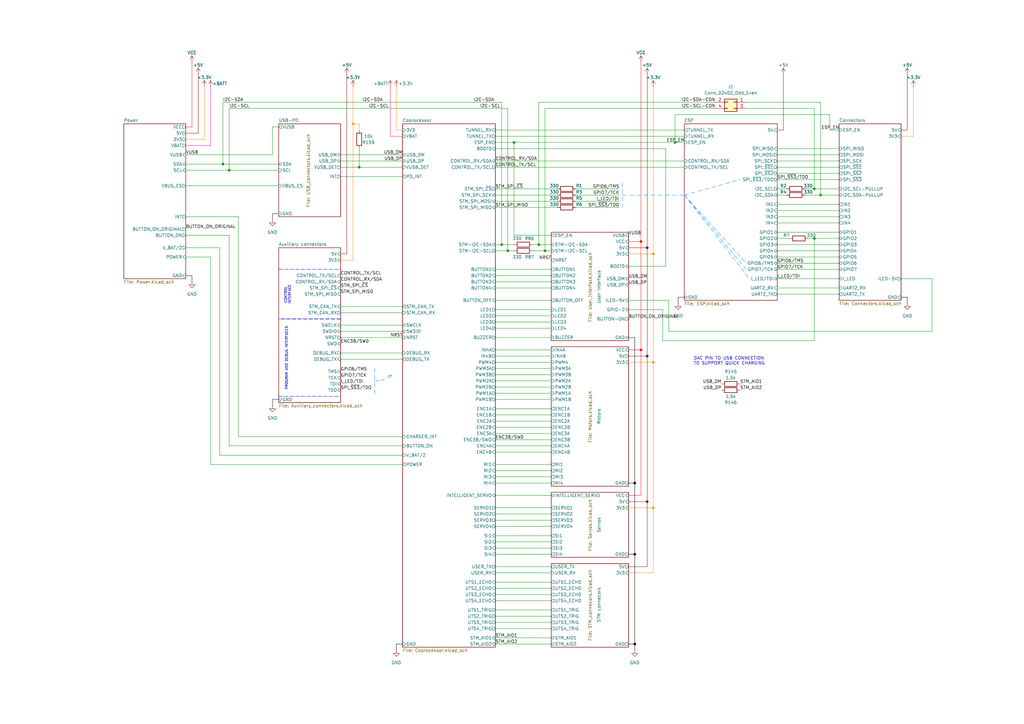
<source format=kicad_sch>
(kicad_sch (version 20211123) (generator eeschema)
  (paper "A3")
  (lib_symbols
    (symbol "Connector_Generic:Conn_02x02_Odd_Even" (pin_names (offset 1.016) hide)
      (property "Reference" "J" (at 1.27 2.54 0))
      (property "Value" "Conn_02x02_Odd_Even" (at 1.27 -5.08 0))
      (symbol "Conn_02x02_Odd_Even_1_1"
        (rectangle (start -1.27 -2.413) (end 0 -2.667) (stroke (width 0.1524)))
        (rectangle (start -1.27 0.127) (end 0 -0.127) (stroke (width 0.1524)))
        (rectangle (start -1.27 1.27) (end 3.81 -3.81) (stroke (width 0.254)) (fill (type background)))
        (rectangle (start 3.81 -2.413) (end 2.54 -2.667) (stroke (width 0.1524)))
        (rectangle (start 3.81 0.127) (end 2.54 -0.127) (stroke (width 0.1524)))
        (pin passive line (at -5.08 0 0) (length 3.81) (name "Pin_1") (number "1"))
        (pin passive line (at 7.62 0 180) (length 3.81) (name "Pin_2") (number "2"))
        (pin passive line (at -5.08 -2.54 0) (length 3.81) (name "Pin_3") (number "3"))
        (pin passive line (at 7.62 -2.54 180) (length 3.81) (name "Pin_4") (number "4"))
      )
    )
    (symbol "Device:R" (pin_numbers hide) (pin_names (offset 0))
      (property "Reference" "R" (at 2.032 0 90))
      (property "Value" "R" (at 0 0 90))
      (symbol "R_0_1"
        (rectangle (start -1.016 -2.54) (end 1.016 2.54) (stroke (width 0.254)))
      )
      (symbol "R_1_1"
        (pin passive line (at 0 3.81 270) (length 1.27) (name "~") (number "1"))
        (pin passive line (at 0 -3.81 90) (length 1.27) (name "~") (number "2"))
      )
    )
    (symbol "power:+3.3V" (power) (pin_names (offset 0))
      (property "Value" "+3.3V" (at 0 3.556 0))
      (symbol "+3.3V_0_1"
        (polyline (pts (xy -0.762 1.27) (xy 0 2.54)))
        (polyline (pts (xy 0 0) (xy 0 2.54)))
        (polyline (pts (xy 0 2.54) (xy 0.762 1.27)))
      )
      (symbol "+3.3V_1_1"
        (pin power_in line (at 0 0 90) (length 0) hide (name "+3.3V") (number "1"))
      )
    )
    (symbol "power:+5V" (power) (pin_names (offset 0))
      (property "Value" "+5V" (at 0 3.556 0))
      (symbol "+5V_0_1"
        (polyline (pts (xy -0.762 1.27) (xy 0 2.54)))
        (polyline (pts (xy 0 0) (xy 0 2.54)))
        (polyline (pts (xy 0 2.54) (xy 0.762 1.27)))
      )
      (symbol "+5V_1_1"
        (pin power_in line (at 0 0 90) (length 0) hide (name "+5V") (number "1"))
      )
    )
    (symbol "power:+BATT" (power) (pin_names (offset 0))
      (property "Value" "+BATT" (at 0 3.556 0))
      (symbol "+BATT_0_1"
        (polyline (pts (xy -0.762 1.27) (xy 0 2.54)))
        (polyline (pts (xy 0 0) (xy 0 2.54)))
        (polyline (pts (xy 0 2.54) (xy 0.762 1.27)))
      )
      (symbol "+BATT_1_1"
        (pin power_in line (at 0 0 90) (length 0) hide (name "+BATT") (number "1"))
      )
    )
    (symbol "power:GND" (power) (pin_names (offset 0))
      (property "Value" "GND" (at 0 -3.81 0))
      (symbol "GND_0_1"
        (polyline (pts (xy 0 0) (xy 0 -1.27) (xy 1.27 -1.27) (xy 0 -2.54) (xy -1.27 -1.27) (xy 0 -1.27)))
      )
      (symbol "GND_1_1"
        (pin power_in line (at 0 0 270) (length 0) hide (name "GND") (number "1"))
      )
    )
    (symbol "power:VCC" (power) (pin_names (offset 0))
      (property "Value" "VCC" (at 0 3.81 0))
      (symbol "VCC_0_1"
        (polyline (pts (xy -0.762 1.27) (xy 0 2.54)))
        (polyline (pts (xy 0 0) (xy 0 2.54)))
        (polyline (pts (xy 0 2.54) (xy 0.762 1.27)))
      )
      (symbol "VCC_1_1"
        (pin power_in line (at 0 0 90) (length 0) hide (name "VCC") (number "1"))
      )
    )
  )
  (junction (at 147.32 68.58))
  (junction (at 267.97 148.59) (color 255 136 0 1))
  (junction (at 208.28 102.87))
  (junction (at 223.52 102.87))
  (junction (at 334.01 97.79))
  (junction (at 260.35 264.16) (color 0 0 0 1))
  (junction (at 336.55 80.01))
  (junction (at 262.89 143.51) (color 255 0 0 1))
  (junction (at 93.98 69.85))
  (junction (at 260.35 227.33) (color 0 0 0 1))
  (junction (at 267.97 104.14) (color 255 136 0 1))
  (junction (at 144.78 50.8) (color 255 153 0 1))
  (junction (at 220.98 100.33))
  (junction (at 267.97 208.28) (color 255 136 0 1))
  (junction (at 276.86 58.42))
  (junction (at 210.82 58.42))
  (junction (at 265.43 101.6) (color 136 0 0 1))
  (junction (at 91.44 67.31))
  (junction (at 205.74 100.33))
  (junction (at 334.01 77.47))
  (junction (at 260.35 198.12) (color 0 0 0 1))
  (junction (at 265.43 205.74) (color 136 0 0 1))
  (junction (at 262.89 99.06) (color 255 0 0 1))
  (junction (at 265.43 146.05) (color 136 0 0 1))
  (wire (pts (xy 369.57 114.3) (xy 382.27 114.3)))
  (wire (pts (xy 203.2 158.75) (xy 226.06 158.75)))
  (wire (pts (xy 260.35 138.43) (xy 257.81 138.43)) (stroke (width 0) (color 0 0 0 1)))
  (wire (pts (xy 278.13 124.46) (xy 278.13 121.92)) (stroke (width 0) (color 0 0 0 1)))
  (wire (pts (xy 271.78 139.7) (xy 271.78 127)))
  (wire (pts (xy 203.2 53.34) (xy 280.67 53.34)))
  (wire (pts (xy 203.2 148.59) (xy 226.06 148.59)))
  (wire (pts (xy 203.2 238.76) (xy 226.06 238.76)))
  (polyline (pts (xy 114.3 110.49) (xy 139.7 110.49)))
  (wire (pts (xy 76.2 67.31) (xy 91.44 67.31)))
  (wire (pts (xy 334.01 44.45) (xy 334.01 77.47)))
  (wire (pts (xy 86.36 35.56) (xy 86.36 59.69)) (stroke (width 0) (color 255 0 136 1)))
  (wire (pts (xy 81.28 30.48) (xy 81.28 54.61)) (stroke (width 0) (color 136 0 0 1)))
  (wire (pts (xy 93.98 96.52) (xy 93.98 182.88)))
  (wire (pts (xy 210.82 58.42) (xy 276.86 58.42)))
  (wire (pts (xy 334.01 77.47) (xy 344.17 77.47)))
  (wire (pts (xy 278.13 121.92) (xy 280.67 121.92)) (stroke (width 0) (color 0 0 0 1)))
  (wire (pts (xy 203.2 215.9) (xy 226.06 215.9)))
  (wire (pts (xy 91.44 67.31) (xy 114.3 67.31)))
  (wire (pts (xy 318.77 107.95) (xy 344.17 107.95)))
  (wire (pts (xy 165.1 179.07) (xy 97.79 179.07)))
  (wire (pts (xy 318.77 102.87) (xy 344.17 102.87)))
  (wire (pts (xy 276.86 46.99) (xy 276.86 58.42)))
  (wire (pts (xy 372.11 124.46) (xy 372.11 121.92)) (stroke (width 0) (color 0 0 0 1)))
  (wire (pts (xy 203.2 227.33) (xy 226.06 227.33)))
  (wire (pts (xy 203.2 172.72) (xy 226.06 172.72)))
  (wire (pts (xy 203.2 115.57) (xy 226.06 115.57)))
  (wire (pts (xy 139.7 147.32) (xy 165.1 147.32)))
  (polyline (pts (xy 153.67 156.21) (xy 156.21 156.21)) (stroke (width 0) (type dash_dot) (color 0 136 255 1)))
  (wire (pts (xy 147.32 50.8) (xy 144.78 50.8)) (stroke (width 0) (color 255 153 0 1)))
  (wire (pts (xy 203.2 246.38) (xy 226.06 246.38)))
  (wire (pts (xy 76.2 88.9) (xy 97.79 88.9)))
  (wire (pts (xy 139.7 68.58) (xy 147.32 68.58)))
  (wire (pts (xy 76.2 69.85) (xy 93.98 69.85)))
  (wire (pts (xy 139.7 135.89) (xy 165.1 135.89)))
  (wire (pts (xy 165.1 55.88) (xy 160.02 55.88)) (stroke (width 0) (color 255 0 136 1)))
  (wire (pts (xy 203.2 255.27) (xy 226.06 255.27)))
  (wire (pts (xy 203.2 100.33) (xy 205.74 100.33)))
  (wire (pts (xy 97.79 179.07) (xy 97.79 88.9)))
  (wire (pts (xy 318.77 66.04) (xy 344.17 66.04)))
  (wire (pts (xy 220.98 41.91) (xy 220.98 100.33)))
  (wire (pts (xy 203.2 219.71) (xy 226.06 219.71)))
  (wire (pts (xy 236.22 85.09) (xy 254 85.09)))
  (wire (pts (xy 203.2 203.2) (xy 226.06 203.2)))
  (wire (pts (xy 318.77 110.49) (xy 344.17 110.49)))
  (wire (pts (xy 372.11 53.34) (xy 372.11 30.48)) (stroke (width 0) (color 136 0 0 1)))
  (wire (pts (xy 318.77 114.3) (xy 344.17 114.3)))
  (wire (pts (xy 203.2 156.21) (xy 226.06 156.21)))
  (wire (pts (xy 318.77 77.47) (xy 322.58 77.47)))
  (polyline (pts (xy 255.27 80.01) (xy 280.67 80.01)) (stroke (width 0) (type dash_dot) (color 0 136 255 1)))
  (wire (pts (xy 203.2 195.58) (xy 226.06 195.58)))
  (wire (pts (xy 265.43 146.05) (xy 265.43 205.74)) (stroke (width 0) (color 136 0 0 1)))
  (wire (pts (xy 318.77 91.44) (xy 344.17 91.44)))
  (wire (pts (xy 336.55 41.91) (xy 336.55 80.01)))
  (polyline (pts (xy 280.67 80.01) (xy 306.07 107.95)) (stroke (width 0) (type dash_dot) (color 0 136 255 1)))
  (polyline (pts (xy 280.67 80.01) (xy 303.53 73.66)) (stroke (width 0) (type dash_dot) (color 0 136 255 1)))
  (wire (pts (xy 90.17 101.6) (xy 76.2 101.6)))
  (wire (pts (xy 228.6 85.09) (xy 203.2 85.09)))
  (wire (pts (xy 203.2 234.95) (xy 226.06 234.95)))
  (wire (pts (xy 78.74 113.03) (xy 76.2 113.03)) (stroke (width 0) (color 0 0 0 1)))
  (wire (pts (xy 203.2 161.29) (xy 226.06 161.29)))
  (wire (pts (xy 203.2 153.67) (xy 226.06 153.67)))
  (wire (pts (xy 318.77 71.12) (xy 344.17 71.12)))
  (wire (pts (xy 265.43 205.74) (xy 265.43 232.41)) (stroke (width 0) (color 136 0 0 1)))
  (wire (pts (xy 218.44 102.87) (xy 223.52 102.87)))
  (wire (pts (xy 226.06 96.52) (xy 210.82 96.52)))
  (wire (pts (xy 223.52 44.45) (xy 293.37 44.45)))
  (wire (pts (xy 257.81 208.28) (xy 267.97 208.28)) (stroke (width 0) (color 255 136 0 1)))
  (wire (pts (xy 76.2 57.15) (xy 83.82 57.15)) (stroke (width 0) (color 255 136 0 1)))
  (wire (pts (xy 93.98 44.45) (xy 93.98 69.85)))
  (wire (pts (xy 257.81 232.41) (xy 265.43 232.41)) (stroke (width 0) (color 136 0 0 1)))
  (wire (pts (xy 203.2 243.84) (xy 226.06 243.84)))
  (wire (pts (xy 203.2 58.42) (xy 210.82 58.42)))
  (wire (pts (xy 318.77 95.25) (xy 344.17 95.25)))
  (wire (pts (xy 203.2 208.28) (xy 226.06 208.28)))
  (wire (pts (xy 340.36 46.99) (xy 276.86 46.99)))
  (wire (pts (xy 276.86 58.42) (xy 280.67 58.42)))
  (wire (pts (xy 86.36 105.41) (xy 86.36 190.5)))
  (wire (pts (xy 374.65 55.88) (xy 369.57 55.88)) (stroke (width 0) (color 255 136 0 1)))
  (wire (pts (xy 382.27 135.89) (xy 274.32 135.89)))
  (wire (pts (xy 139.7 66.04) (xy 165.1 66.04)))
  (wire (pts (xy 203.2 167.64) (xy 226.06 167.64)))
  (wire (pts (xy 203.2 250.19) (xy 226.06 250.19)))
  (wire (pts (xy 76.2 76.2) (xy 114.3 76.2)))
  (wire (pts (xy 260.35 227.33) (xy 260.35 198.12)) (stroke (width 0) (color 0 0 0 1)))
  (wire (pts (xy 203.2 68.58) (xy 280.67 68.58)))
  (wire (pts (xy 139.7 144.78) (xy 165.1 144.78)))
  (wire (pts (xy 111.76 90.17) (xy 111.76 87.63)) (stroke (width 0) (color 0 0 0 1)))
  (wire (pts (xy 262.89 25.4) (xy 262.89 99.06)) (stroke (width 0) (color 255 0 0 1)))
  (wire (pts (xy 203.2 252.73) (xy 226.06 252.73)))
  (wire (pts (xy 203.2 257.81) (xy 226.06 257.81)))
  (wire (pts (xy 257.81 198.12) (xy 260.35 198.12)) (stroke (width 0) (color 0 0 0 1)))
  (wire (pts (xy 334.01 97.79) (xy 344.17 97.79)))
  (wire (pts (xy 265.43 101.6) (xy 265.43 146.05)) (stroke (width 0) (color 136 0 0 1)))
  (wire (pts (xy 262.89 143.51) (xy 262.89 203.2)) (stroke (width 0) (color 255 0 0 1)))
  (wire (pts (xy 236.22 80.01) (xy 254 80.01)))
  (wire (pts (xy 228.6 80.01) (xy 203.2 80.01)))
  (wire (pts (xy 203.2 151.13) (xy 226.06 151.13)))
  (wire (pts (xy 257.81 109.22) (xy 273.05 109.22)))
  (wire (pts (xy 267.97 148.59) (xy 267.97 208.28)) (stroke (width 0) (color 255 136 0 1)))
  (wire (pts (xy 203.2 224.79) (xy 226.06 224.79)))
  (wire (pts (xy 260.35 264.16) (xy 257.81 264.16)) (stroke (width 0) (color 0 0 0 1)))
  (wire (pts (xy 162.56 266.7) (xy 162.56 264.16)) (stroke (width 0) (color 0 0 0 1)))
  (wire (pts (xy 203.2 118.11) (xy 226.06 118.11)))
  (wire (pts (xy 267.97 104.14) (xy 267.97 148.59)) (stroke (width 0) (color 255 136 0 1)))
  (wire (pts (xy 274.32 135.89) (xy 274.32 123.19)))
  (wire (pts (xy 208.28 44.45) (xy 208.28 102.87)))
  (wire (pts (xy 382.27 114.3) (xy 382.27 135.89)))
  (polyline (pts (xy 139.7 130.81) (xy 114.3 130.81)))
  (wire (pts (xy 318.77 60.96) (xy 344.17 60.96)))
  (wire (pts (xy 162.56 264.16) (xy 165.1 264.16)) (stroke (width 0) (color 0 0 0 1)))
  (wire (pts (xy 142.24 30.48) (xy 142.24 104.14)) (stroke (width 0) (color 136 0 0 1)))
  (wire (pts (xy 210.82 58.42) (xy 210.82 96.52)))
  (wire (pts (xy 111.76 63.5) (xy 111.76 52.07)))
  (wire (pts (xy 257.81 205.74) (xy 265.43 205.74)) (stroke (width 0) (color 136 0 0 1)))
  (wire (pts (xy 203.2 180.34) (xy 226.06 180.34)))
  (wire (pts (xy 306.07 44.45) (xy 334.01 44.45)))
  (wire (pts (xy 257.81 104.14) (xy 267.97 104.14)) (stroke (width 0) (color 255 136 0 1)))
  (wire (pts (xy 236.22 77.47) (xy 254 77.47)))
  (wire (pts (xy 203.2 232.41) (xy 226.06 232.41)))
  (wire (pts (xy 139.7 72.39) (xy 165.1 72.39)))
  (wire (pts (xy 203.2 222.25) (xy 226.06 222.25)))
  (wire (pts (xy 374.65 35.56) (xy 374.65 55.88)) (stroke (width 0) (color 255 136 0 1)))
  (wire (pts (xy 203.2 170.18) (xy 226.06 170.18)))
  (polyline (pts (xy 114.3 162.56) (xy 139.7 162.56)))
  (wire (pts (xy 111.76 163.83) (xy 114.3 163.83)) (stroke (width 0) (color 0 0 0 1)))
  (wire (pts (xy 165.1 186.69) (xy 90.17 186.69)))
  (wire (pts (xy 318.77 53.34) (xy 321.31 53.34)) (stroke (width 0) (color 136 0 0 1)))
  (wire (pts (xy 306.07 41.91) (xy 336.55 41.91)))
  (wire (pts (xy 318.77 97.79) (xy 323.85 97.79)))
  (wire (pts (xy 208.28 102.87) (xy 210.82 102.87)))
  (wire (pts (xy 318.77 86.36) (xy 344.17 86.36)))
  (wire (pts (xy 203.2 264.16) (xy 226.06 264.16)))
  (wire (pts (xy 111.76 166.37) (xy 111.76 163.83)) (stroke (width 0) (color 0 0 0 1)))
  (polyline (pts (xy 153.67 151.13) (xy 153.67 161.29)) (stroke (width 0) (type dash_dot) (color 0 136 255 1)))
  (wire (pts (xy 91.44 41.91) (xy 205.74 41.91)))
  (wire (pts (xy 330.2 80.01) (xy 336.55 80.01)))
  (wire (pts (xy 236.22 82.55) (xy 254 82.55)))
  (wire (pts (xy 147.32 60.96) (xy 147.32 68.58)))
  (wire (pts (xy 93.98 182.88) (xy 165.1 182.88)))
  (wire (pts (xy 76.2 105.41) (xy 86.36 105.41)))
  (polyline (pts (xy 156.21 156.21) (xy 160.528 153.8986)) (stroke (width 0) (type dash_dot) (color 0 136 255 1)))
  (wire (pts (xy 203.2 177.8) (xy 226.06 177.8)))
  (wire (pts (xy 203.2 261.62) (xy 226.06 261.62)))
  (wire (pts (xy 257.81 227.33) (xy 260.35 227.33)) (stroke (width 0) (color 0 0 0 1)))
  (wire (pts (xy 162.56 35.56) (xy 162.56 53.34)) (stroke (width 0) (color 255 136 0 1)))
  (wire (pts (xy 203.2 146.05) (xy 226.06 146.05)))
  (polyline (pts (xy 280.67 80.01) (xy 306.07 110.49)) (stroke (width 0) (type dash_dot) (color 0 136 255 1)))
  (wire (pts (xy 203.2 143.51) (xy 226.06 143.51)))
  (polyline (pts (xy 160.528 153.8986) (xy 159.893 154.94)) (stroke (width 0) (type dash_dot) (color 0 136 255 1)))
  (wire (pts (xy 267.97 35.56) (xy 267.97 104.14)) (stroke (width 0) (color 255 136 0 1)))
  (wire (pts (xy 267.97 234.95) (xy 267.97 208.28)) (stroke (width 0) (color 255 136 0 1)))
  (polyline (pts (xy 280.67 80.01) (xy 307.34 114.3)) (stroke (width 0) (type dash_dot) (color 0 136 255 1)))
  (wire (pts (xy 334.01 97.79) (xy 334.01 139.7)))
  (wire (pts (xy 203.2 123.19) (xy 226.06 123.19)))
  (wire (pts (xy 334.01 139.7) (xy 271.78 139.7)))
  (wire (pts (xy 93.98 44.45) (xy 208.28 44.45)))
  (wire (pts (xy 228.6 77.47) (xy 203.2 77.47)))
  (wire (pts (xy 318.77 80.01) (xy 322.58 80.01)))
  (wire (pts (xy 318.77 105.41) (xy 344.17 105.41)))
  (wire (pts (xy 147.32 53.34) (xy 147.32 50.8)) (stroke (width 0) (color 255 153 0 1)))
  (wire (pts (xy 78.74 25.4) (xy 78.74 52.07)) (stroke (width 0) (color 255 0 0 1)))
  (wire (pts (xy 203.2 55.88) (xy 280.67 55.88)))
  (wire (pts (xy 318.77 63.5) (xy 344.17 63.5)))
  (wire (pts (xy 271.78 127) (xy 257.81 127)))
  (wire (pts (xy 139.7 128.27) (xy 165.1 128.27)))
  (wire (pts (xy 220.98 100.33) (xy 226.06 100.33)))
  (wire (pts (xy 111.76 52.07) (xy 114.3 52.07)))
  (wire (pts (xy 160.02 55.88) (xy 160.02 35.56)) (stroke (width 0) (color 255 0 136 1)))
  (wire (pts (xy 139.7 63.5) (xy 165.1 63.5)))
  (wire (pts (xy 162.56 53.34) (xy 165.1 53.34)) (stroke (width 0) (color 255 136 0 1)))
  (wire (pts (xy 223.52 102.87) (xy 226.06 102.87)))
  (wire (pts (xy 372.11 121.92) (xy 369.57 121.92)) (stroke (width 0) (color 0 0 0 1)))
  (wire (pts (xy 90.17 186.69) (xy 90.17 101.6)))
  (polyline (pts (xy 255.27 74.93) (xy 255.27 85.09)) (stroke (width 0) (type dash_dot) (color 0 136 255 1)))
  (wire (pts (xy 318.77 68.58) (xy 344.17 68.58)))
  (wire (pts (xy 318.77 88.9) (xy 344.17 88.9)))
  (wire (pts (xy 257.81 101.6) (xy 265.43 101.6)) (stroke (width 0) (color 136 0 0 1)))
  (wire (pts (xy 203.2 210.82) (xy 226.06 210.82)))
  (wire (pts (xy 203.2 102.87) (xy 208.28 102.87)))
  (wire (pts (xy 203.2 213.36) (xy 226.06 213.36)))
  (wire (pts (xy 203.2 66.04) (xy 280.67 66.04)))
  (wire (pts (xy 203.2 241.3) (xy 226.06 241.3)))
  (wire (pts (xy 330.2 77.47) (xy 334.01 77.47)))
  (wire (pts (xy 218.44 100.33) (xy 220.98 100.33)))
  (wire (pts (xy 340.36 53.34) (xy 340.36 46.99)))
  (wire (pts (xy 257.81 234.95) (xy 267.97 234.95)) (stroke (width 0) (color 255 136 0 1)))
  (wire (pts (xy 76.2 59.69) (xy 86.36 59.69)) (stroke (width 0) (color 255 0 136 1)))
  (wire (pts (xy 76.2 52.07) (xy 78.74 52.07)) (stroke (width 0) (color 255 0 0 1)))
  (wire (pts (xy 203.2 60.96) (xy 273.05 60.96)))
  (wire (pts (xy 76.2 96.52) (xy 93.98 96.52)))
  (wire (pts (xy 76.2 63.5) (xy 111.76 63.5)))
  (polyline (pts (xy 139.7 130.81) (xy 114.3 130.81)))
  (wire (pts (xy 93.98 69.85) (xy 114.3 69.85)))
  (wire (pts (xy 274.32 123.19) (xy 257.81 123.19)))
  (wire (pts (xy 260.35 198.12) (xy 260.35 138.43)) (stroke (width 0) (color 0 0 0 1)))
  (wire (pts (xy 223.52 102.87) (xy 223.52 44.45)))
  (wire (pts (xy 144.78 50.8) (xy 144.78 106.68)) (stroke (width 0) (color 255 136 0 1)))
  (wire (pts (xy 336.55 80.01) (xy 344.17 80.01)))
  (wire (pts (xy 257.81 146.05) (xy 265.43 146.05)) (stroke (width 0) (color 136 0 0 1)))
  (wire (pts (xy 257.81 203.2) (xy 262.89 203.2)) (stroke (width 0) (color 255 0 0 1)))
  (wire (pts (xy 139.7 106.68) (xy 144.78 106.68)) (stroke (width 0) (color 255 136 0 1)))
  (wire (pts (xy 203.2 193.04) (xy 226.06 193.04)))
  (wire (pts (xy 257.81 143.51) (xy 262.89 143.51)) (stroke (width 0) (color 255 0 0 1)))
  (wire (pts (xy 318.77 118.11) (xy 344.17 118.11)))
  (wire (pts (xy 203.2 185.42) (xy 226.06 185.42)))
  (wire (pts (xy 83.82 35.56) (xy 83.82 57.15)) (stroke (width 0) (color 255 136 0 1)))
  (wire (pts (xy 205.74 100.33) (xy 210.82 100.33)))
  (wire (pts (xy 293.37 41.91) (xy 220.98 41.91)))
  (wire (pts (xy 203.2 110.49) (xy 226.06 110.49)))
  (wire (pts (xy 139.7 133.35) (xy 165.1 133.35)))
  (wire (pts (xy 257.81 99.06) (xy 262.89 99.06)) (stroke (width 0) (color 255 0 0 1)))
  (wire (pts (xy 203.2 163.83) (xy 226.06 163.83)))
  (wire (pts (xy 331.47 97.79) (xy 334.01 97.79)))
  (wire (pts (xy 203.2 182.88) (xy 226.06 182.88)))
  (wire (pts (xy 228.6 82.55) (xy 203.2 82.55)))
  (wire (pts (xy 147.32 68.58) (xy 165.1 68.58)))
  (wire (pts (xy 257.81 148.59) (xy 267.97 148.59)) (stroke (width 0) (color 255 136 0 1)))
  (wire (pts (xy 144.78 35.56) (xy 144.78 50.8)) (stroke (width 0) (color 255 136 0 1)))
  (wire (pts (xy 318.77 73.66) (xy 344.17 73.66)))
  (wire (pts (xy 203.2 127) (xy 226.06 127)))
  (wire (pts (xy 318.77 100.33) (xy 344.17 100.33)))
  (wire (pts (xy 203.2 190.5) (xy 226.06 190.5)))
  (wire (pts (xy 321.31 53.34) (xy 321.31 30.48)) (stroke (width 0) (color 136 0 0 1)))
  (wire (pts (xy 203.2 113.03) (xy 226.06 113.03)))
  (wire (pts (xy 318.77 83.82) (xy 344.17 83.82)))
  (wire (pts (xy 203.2 134.62) (xy 226.06 134.62)))
  (wire (pts (xy 139.7 138.43) (xy 165.1 138.43)))
  (wire (pts (xy 203.2 175.26) (xy 226.06 175.26)))
  (wire (pts (xy 262.89 99.06) (xy 262.89 143.51)) (stroke (width 0) (color 255 0 0 1)))
  (wire (pts (xy 203.2 129.54) (xy 226.06 129.54)))
  (wire (pts (xy 273.05 109.22) (xy 273.05 60.96)))
  (wire (pts (xy 203.2 198.12) (xy 226.06 198.12)))
  (wire (pts (xy 142.24 104.14) (xy 139.7 104.14)) (stroke (width 0) (color 136 0 0 1)))
  (wire (pts (xy 139.7 125.73) (xy 165.1 125.73)))
  (wire (pts (xy 265.43 30.48) (xy 265.43 101.6)) (stroke (width 0) (color 136 0 0 1)))
  (wire (pts (xy 344.17 53.34) (xy 340.36 53.34)))
  (wire (pts (xy 205.74 41.91) (xy 205.74 100.33)))
  (wire (pts (xy 91.44 67.31) (xy 91.44 41.91)))
  (wire (pts (xy 203.2 138.43) (xy 226.06 138.43)))
  (wire (pts (xy 86.36 190.5) (xy 165.1 190.5)))
  (wire (pts (xy 260.35 227.33) (xy 260.35 264.16)) (stroke (width 0) (color 0 0 0 1)))
  (polyline (pts (xy 160.528 153.8986) (xy 159.385 153.924)) (stroke (width 0) (type dash_dot) (color 0 136 255 1)))
  (wire (pts (xy 369.57 53.34) (xy 372.11 53.34)) (stroke (width 0) (color 136 0 0 1)))
  (wire (pts (xy 111.76 87.63) (xy 114.3 87.63)) (stroke (width 0) (color 0 0 0 1)))
  (wire (pts (xy 76.2 54.61) (xy 81.28 54.61)) (stroke (width 0) (color 136 0 0 1)))
  (wire (pts (xy 78.74 115.57) (xy 78.74 113.03)) (stroke (width 0) (color 0 0 0 1)))
  (wire (pts (xy 318.77 120.65) (xy 344.17 120.65)))
  (wire (pts (xy 203.2 132.08) (xy 226.06 132.08)))
  (wire (pts (xy 260.35 264.16) (xy 260.35 266.7)) (stroke (width 0) (color 0 0 0 1)))
  (text "DAC PIN TO USB CONNECTION\nTO SUPPORT QUICK CHARGING" (at 284.48 149.86 0) (effects (font (size 1.27 1.27)) (justify left bottom)))
  (text "CONTROL \nINTERFACE" (at 119.38 116.84 270) (effects (font (size 1 1)) (justify right bottom)))
  (text "PROGRAM AND DEBUG INTERFACES" (at 118.11 160.02 90) (effects (font (size 1 1)) (justify left bottom)))
  (label "SPI_~{SS3}{slash}TDO" (at 254 85.09 180))
  (label "I2C-SDA" (at 194.31 41.91 0))
  (label "USB_DP" (at 257.81 116.84 0))
  (label "USB_DM" (at 165.1 63.5 180))
  (label "STM_AIO2" (at 203.2 264.16 0))
  (label "I2C-SCL" (at 151.13 44.45 0))
  (label "STM_AIO1" (at 203.2 261.62 0))
  (label "CONTROL_TX{slash}SCL" (at 203.2 68.58 0))
  (label "I2C-SDA" (at 148.59 41.91 0))
  (label "STM_SPI_MISO" (at 139.7 120.65 0))
  (label "GPIO7{slash}TCK" (at 139.7 154.94 0))
  (label "CONTROL_RX{slash}SDA" (at 203.2 66.04 0))
  (label "I_LED{slash}TDI" (at 318.77 114.3 0))
  (label "SPI_~{SS3}{slash}TDO" (at 139.7 160.02 0))
  (label "STM_SPI_~{CS}" (at 139.7 118.11 0))
  (label "GPIO7{slash}TCK" (at 254 80.01 180))
  (label "BUTTON_ON_ORIGINAL" (at 76.2 93.98 0))
  (label "VUSB" (at 257.81 96.52 0))
  (label "GPIO6{slash}TMS" (at 318.77 107.95 0))
  (label "ENC3B{slash}SW0" (at 203.2 180.34 0))
  (label "USB_DM" (at 295.91 157.48 180))
  (label "USB_DP" (at 295.91 160.02 180))
  (label "I2C-SCL" (at 93.98 44.45 0))
  (label "CONTROL_TX{slash}SCL" (at 139.7 113.03 0))
  (label "STM_AIO2" (at 303.53 160.02 0))
  (label "ENC3B{slash}SW0" (at 139.7 140.97 0))
  (label "GPIO6{slash}TMS" (at 139.7 152.4 0))
  (label "I_LED{slash}TDI" (at 254 82.55 180))
  (label "SPI_~{SS3}{slash}TDO" (at 318.77 73.66 0))
  (label "I2C-SCL" (at 196.85 44.45 0))
  (label "STM_SPI_MISO" (at 203.2 85.09 0))
  (label "I2C-SDA" (at 91.44 41.91 0))
  (label "USB_DP" (at 165.1 66.04 180))
  (label "I_LED{slash}TDI" (at 139.7 157.48 0))
  (label "STM_AIO1" (at 303.53 157.48 0))
  (label "NRST" (at 226.06 106.68 180))
  (label "I2C-SDA-CON" (at 293.37 41.91 180))
  (label "GPIO7{slash}TCK" (at 318.77 110.49 0))
  (label "VUSB" (at 76.2 63.5 0))
  (label "I2C-SCL-CON" (at 293.37 44.45 180))
  (label "USB_DM" (at 257.81 114.3 0))
  (label "ESP_EN" (at 344.17 53.34 180))
  (label "NRST" (at 165.1 138.43 180))
  (label "ESP_EN" (at 280.67 58.42 180))
  (label "GPIO6{slash}TMS" (at 254 77.47 180))
  (label "CONTROL_RX{slash}SDA" (at 139.7 115.57 0))
  (label "BUTTON_ON_ORIGINAL" (at 257.81 130.81 0))
  (label "STM_SPI_~{CS}" (at 203.2 77.47 0))
  (symbol (lib_id "Connector_Generic:Conn_02x02_Odd_Even") (at 300.99 41.91 0) (mirror y) (unit 1)
    (property "Reference" "J1" (at 299.72 35.56 0))
    (property "Value" "Conn_02x02_Odd_Even" (at 299.72 38.1 0))
    (property "Footprint" "Connector_PinHeader_2.54mm:PinHeader_2x02_P2.54mm_Vertical" (effects hide))
    (property "LCSC" "C492419" (effects hide))
    (property "Basic/Extended" "E" (effects hide))
    (property "JLCPCB_CORRECTION" "1.27;-1.27;-90" (effects hide))
  )
  (symbol (lib_id "power:+BATT") (at 86.36 35.56 0) (unit 1)
    (property "Reference" "#PWR0111" (effects hide))
    (property "Value" "+BATT" (at 90.17 34.29 0))
  )
  (symbol (lib_id "Device:R") (at 299.72 157.48 90) (unit 1)
    (property "Reference" "R145" (at 299.72 152.4 90))
    (property "Value" "1.5k" (at 299.72 154.94 90))
    (property "Footprint" "Resistor_SMD:R_0402_1005Metric" (effects hide))
    (property "LCSC" "C25867" (effects hide))
    (property "Basic/Extended" "B" (effects hide))
  )
  (symbol (lib_id "Device:R") (at 326.39 77.47 90) (unit 1)
    (property "Reference" "R2" (at 321.31 76.2 90))
    (property "Value" "330" (at 331.47 76.2 90))
    (property "Footprint" "Capacitor_SMD:C_0201_0603Metric" (effects hide))
    (property "LCSC" "C473445" (effects hide))
    (property "Basic/Extended" "E" (effects hide))
  )
  (symbol (lib_id "power:+3.3V") (at 374.65 35.56 0) (unit 1)
    (property "Reference" "#PWR0117" (effects hide))
    (property "Value" "+3.3V" (at 374.65 31.75 0))
  )
  (symbol (lib_id "power:+5V") (at 265.43 30.48 0) (unit 1)
    (property "Reference" "#PWR0120" (effects hide))
    (property "Value" "+5V" (at 265.43 26.67 0))
  )
  (symbol (lib_id "power:GND") (at 260.35 266.7 0) (mirror y) (unit 1)
    (property "Reference" "#PWR0103" (effects hide))
    (property "Value" "GND" (at 260.35 271.78 0))
  )
  (symbol (lib_id "Device:R") (at 147.32 57.15 180) (unit 1)
    (property "Reference" "R159" (at 151.13 58.42 0))
    (property "Value" "10k" (at 151.13 55.88 0))
    (property "Footprint" "Capacitor_SMD:C_0201_0603Metric" (effects hide))
    (property "LCSC" "C106225" (effects hide))
    (property "Basic/Extended" "E" (effects hide))
  )
  (symbol (lib_id "power:GND") (at 111.76 166.37 0) (unit 1)
    (property "Reference" "#PWR0101" (effects hide))
    (property "Value" "GND" (at 111.76 171.45 0))
  )
  (symbol (lib_id "power:GND") (at 278.13 124.46 0) (unit 1)
    (property "Reference" "#PWR0115" (effects hide))
    (property "Value" "GND" (at 278.13 129.54 0))
  )
  (symbol (lib_id "power:GND") (at 162.56 266.7 0) (unit 1)
    (property "Reference" "#PWR0104" (effects hide))
    (property "Value" "GND" (at 162.56 271.78 0))
  )
  (symbol (lib_id "Device:R") (at 232.41 80.01 270) (mirror x) (unit 1)
    (property "Reference" "R3" (at 237.49 78.74 90))
    (property "Value" "330" (at 227.33 78.74 90))
    (property "Footprint" "Capacitor_SMD:C_0201_0603Metric" (effects hide))
    (property "LCSC" "C473445" (effects hide))
    (property "Basic/Extended" "E" (effects hide))
  )
  (symbol (lib_id "Device:R") (at 232.41 77.47 270) (mirror x) (unit 1)
    (property "Reference" "R1" (at 237.49 76.2 90))
    (property "Value" "330" (at 227.33 76.2 90))
    (property "Footprint" "Capacitor_SMD:C_0201_0603Metric" (effects hide))
    (property "LCSC" "C473445" (effects hide))
    (property "Basic/Extended" "E" (effects hide))
  )
  (symbol (lib_id "power:+5V") (at 321.31 30.48 0) (unit 1)
    (property "Reference" "#PWR0119" (effects hide))
    (property "Value" "+5V" (at 321.31 26.67 0))
  )
  (symbol (lib_id "power:+3.3V") (at 162.56 35.56 0) (unit 1)
    (property "Reference" "#PWR0105" (effects hide))
    (property "Value" "+3.3V" (at 166.37 34.29 0))
  )
  (symbol (lib_id "power:+3.3V") (at 144.78 35.56 0) (unit 1)
    (property "Reference" "#PWR0107" (effects hide))
    (property "Value" "+3.3V" (at 144.78 31.75 0))
  )
  (symbol (lib_id "power:VCC") (at 78.74 25.4 0) (unit 1)
    (property "Reference" "#PWR0112" (effects hide))
    (property "Value" "VCC" (at 78.74 21.59 0))
  )
  (symbol (lib_id "Device:R") (at 214.63 100.33 90) (unit 1)
    (property "Reference" "R86" (at 217.17 97.79 90))
    (property "Value" "330" (at 212.09 97.79 90))
    (property "Footprint" "Capacitor_SMD:C_0201_0603Metric" (effects hide))
    (property "LCSC" "C473445" (effects hide))
    (property "Basic/Extended" "E" (effects hide))
  )
  (symbol (lib_id "power:GND") (at 78.74 115.57 0) (mirror y) (unit 1)
    (property "Reference" "#PWR0102" (effects hide))
    (property "Value" "GND" (at 78.74 120.65 0))
  )
  (symbol (lib_id "power:+5V") (at 81.28 30.48 0) (unit 1)
    (property "Reference" "#PWR0113" (effects hide))
    (property "Value" "+5V" (at 81.28 26.67 0))
  )
  (symbol (lib_id "Device:R") (at 232.41 82.55 270) (mirror x) (unit 1)
    (property "Reference" "R5" (at 237.49 81.28 90))
    (property "Value" "330" (at 227.33 81.28 90))
    (property "Footprint" "Capacitor_SMD:C_0201_0603Metric" (effects hide))
    (property "LCSC" "C473445" (effects hide))
    (property "Basic/Extended" "E" (effects hide))
  )
  (symbol (lib_id "power:GND") (at 372.11 124.46 0) (mirror y) (unit 1)
    (property "Reference" "#PWR0116" (effects hide))
    (property "Value" "GND" (at 372.11 129.54 0))
  )
  (symbol (lib_id "Device:R") (at 232.41 85.09 270) (mirror x) (unit 1)
    (property "Reference" "R6" (at 237.49 83.82 90))
    (property "Value" "330" (at 227.33 83.82 90))
    (property "Footprint" "Capacitor_SMD:C_0201_0603Metric" (effects hide))
    (property "LCSC" "C473445" (effects hide))
    (property "Basic/Extended" "E" (effects hide))
  )
  (symbol (lib_id "power:+5V") (at 142.24 30.48 0) (unit 1)
    (property "Reference" "#PWR0109" (effects hide))
    (property "Value" "+5V" (at 142.24 26.67 0))
  )
  (symbol (lib_id "Device:R") (at 214.63 102.87 270) (unit 1)
    (property "Reference" "R87" (at 217.17 105.41 90))
    (property "Value" "330" (at 212.09 105.41 90))
    (property "Footprint" "Capacitor_SMD:C_0201_0603Metric" (effects hide))
    (property "LCSC" "C473445" (effects hide))
    (property "Basic/Extended" "E" (effects hide))
  )
  (symbol (lib_id "power:VCC") (at 262.89 25.4 0) (unit 1)
    (property "Reference" "#PWR0106" (effects hide))
    (property "Value" "VCC" (at 262.89 21.59 0))
  )
  (symbol (lib_id "power:GND") (at 111.76 90.17 0) (unit 1)
    (property "Reference" "#PWR0110" (effects hide))
    (property "Value" "GND" (at 111.76 95.25 0))
  )
  (symbol (lib_id "power:+3.3V") (at 267.97 35.56 0) (unit 1)
    (property "Reference" "#PWR0121" (effects hide))
    (property "Value" "+3.3V" (at 267.97 31.75 0))
  )
  (symbol (lib_id "Device:R") (at 326.39 80.01 90) (unit 1)
    (property "Reference" "R4" (at 321.31 78.74 90))
    (property "Value" "330" (at 331.47 78.74 90))
    (property "Footprint" "Capacitor_SMD:C_0201_0603Metric" (effects hide))
    (property "LCSC" "C473445" (effects hide))
    (property "Basic/Extended" "E" (effects hide))
  )
  (symbol (lib_id "Device:R") (at 299.72 160.02 270) (unit 1)
    (property "Reference" "R146" (at 299.72 165.1 90))
    (property "Value" "1.5k" (at 299.72 162.56 90))
    (property "Footprint" "Resistor_SMD:R_0402_1005Metric" (effects hide))
    (property "LCSC" "C25867" (effects hide))
    (property "Basic/Extended" "B" (effects hide))
  )
  (symbol (lib_id "power:+BATT") (at 160.02 35.56 0) (mirror y) (unit 1)
    (property "Reference" "#PWR0108" (effects hide))
    (property "Value" "+BATT" (at 156.21 34.29 0))
  )
  (symbol (lib_id "power:+3.3V") (at 83.82 35.56 0) (unit 1)
    (property "Reference" "#PWR0114" (effects hide))
    (property "Value" "+3.3V" (at 83.82 31.75 0))
  )
  (symbol (lib_id "power:+5V") (at 372.11 30.48 0) (unit 1)
    (property "Reference" "#PWR0118" (effects hide))
    (property "Value" "+5V" (at 372.11 26.67 0))
  )
  (symbol (lib_id "Device:R") (at 327.66 97.79 90) (unit 1)
    (property "Reference" "R7" (at 322.58 96.52 90))
    (property "Value" "330" (at 332.74 96.52 90))
    (property "Footprint" "Capacitor_SMD:C_0201_0603Metric" (effects hide))
    (property "LCSC" "C473445" (effects hide))
    (property "Basic/Extended" "E" (effects hide))
  )
  (sheet (at 114.3 50.8) (size 25.4 38.1) (stroke (width 0.1524))
    (property "Sheet name" "USB-PD" (at 114.3 50.0884 0) (effects (justify left bottom)))
    (property "Sheet file" "USB_connectors.kicad_sch" (at 125.73 85.09 90) (effects (justify left top)))
    (pin "VUSB_DET" output (at 139.7 68.58 0))
    (pin "USB_DM" bidirectional (at 139.7 63.5 0))
    (pin "USB_DP" bidirectional (at 139.7 66.04 0))
    (pin "VUSB" output (at 114.3 52.07 180))
    (pin "GND" input (at 114.3 87.63 180))
    (pin "VBUS_CS" input (at 114.3 76.2 180))
    (pin "INT" output (at 139.7 72.39 0))
    (pin "SDA" bidirectional (at 114.3 67.31 180))
    (pin "SCL" input (at 114.3 69.85 180))
  )
  (sheet (at 226.06 201.93) (size 31.75 26.67) (stroke (width 0.1524))
    (property "Sheet name" "Servos" (at 246.38 218.44 90) (effects (justify left bottom)))
    (property "Sheet file" "Servos.kicad_sch" (at 241.3 226.06 90) (effects (justify left top)))
    (pin "INTELLIGENT_SERVO" bidirectional (at 226.06 203.2 180))
    (pin "GND" output (at 257.81 227.33 0))
    (pin "SI3" output (at 226.06 224.79 180))
    (pin "SERVO3" output (at 226.06 213.36 180))
    (pin "SERVO2" output (at 226.06 210.82 180))
    (pin "SERVO4" output (at 226.06 215.9 180))
    (pin "SI2" output (at 226.06 222.25 180))
    (pin "SI4" output (at 226.06 227.33 180))
    (pin "SI1" output (at 226.06 219.71 180))
    (pin "SERVO1" output (at 226.06 208.28 180))
    (pin "VCC" input (at 257.81 203.2 0))
    (pin "3V3" input (at 257.81 208.28 0))
    (pin "5V" input (at 257.81 205.74 0))
  )
  (sheet (at 280.67 50.8) (size 38.1 72.39) (stroke (width 0.1524))
    (property "Sheet name" "ESP" (at 280.67 50.0884 0) (effects (justify left bottom)))
    (property "Sheet file" "ESP.kicad_sch" (at 280.67 123.7746 0) (effects (justify left top)))
    (pin "CONTROL_RX{slash}SDA" input (at 280.67 66.04 180))
    (pin "CONTROL_TX{slash}SCL" input (at 280.67 68.58 180))
    (pin "GND" bidirectional (at 280.67 121.92 180))
    (pin "SPI_~{SS3}{slash}TDO" output (at 318.77 73.66 0))
    (pin "SPI_~{SS2}" output (at 318.77 71.12 0))
    (pin "SPI_MISO" input (at 318.77 60.96 0))
    (pin "SPI_SCK" output (at 318.77 66.04 0))
    (pin "SPI_~{SS1}" output (at 318.77 68.58 0))
    (pin "UART2_RX" input (at 318.77 118.11 0))
    (pin "UART2_TX" output (at 318.77 120.65 0))
    (pin "I2C_SCL" output (at 318.77 77.47 0))
    (pin "I2C_SDA" bidirectional (at 318.77 80.01 0))
    (pin "SPI_MOSI" output (at 318.77 63.5 0))
    (pin "TUNNEL_RX" input (at 280.67 55.88 180))
    (pin "ESP_EN" input (at 280.67 58.42 180))
    (pin "IN3" input (at 318.77 88.9 0))
    (pin "IN1" input (at 318.77 83.82 0))
    (pin "IN4" input (at 318.77 91.44 0))
    (pin "GPIO2" bidirectional (at 318.77 97.79 0))
    (pin "GPIO1" bidirectional (at 318.77 95.25 0))
    (pin "IN2" input (at 318.77 86.36 0))
    (pin "GPIO4" bidirectional (at 318.77 102.87 0))
    (pin "GPIO3" bidirectional (at 318.77 100.33 0))
    (pin "GPIO7{slash}TCK" bidirectional (at 318.77 110.49 0))
    (pin "GPIO6{slash}TMS" bidirectional (at 318.77 107.95 0))
    (pin "I_LED{slash}TDI" bidirectional (at 318.77 114.3 0))
    (pin "GPIO5" bidirectional (at 318.77 105.41 0))
    (pin "TUNNEL_TX" output (at 280.67 53.34 180))
    (pin "5V" input (at 318.77 53.34 0))
  )
  (sheet (at 114.3 101.6) (size 25.4 63.5) (stroke (width 0.1524))
    (property "Sheet name" "Auxiliary connectors" (at 114.3 100.8884 0) (effects (justify left bottom)))
    (property "Sheet file" "Auxiliary_connectors.kicad_sch" (at 114.3 165.6846 0) (effects (justify left top)))
    (pin "5V" input (at 139.7 104.14 0))
    (pin "3V3" bidirectional (at 139.7 106.68 0))
    (pin "CONTROL_RX{slash}SDA" bidirectional (at 139.7 115.57 0))
    (pin "CONTROL_TX{slash}SCL" input (at 139.7 113.03 0))
    (pin "STM_SPI_MISO" input (at 139.7 120.65 0))
    (pin "STM_SPI_~{CS}" input (at 139.7 118.11 0))
    (pin "STM_CAN_TX" input (at 139.7 125.73 0))
    (pin "STM_CAN_RX" output (at 139.7 128.27 0))
    (pin "SWDIO" bidirectional (at 139.7 135.89 0))
    (pin "SWCLK" input (at 139.7 133.35 0))
    (pin "NRST" output (at 139.7 138.43 0))
    (pin "SWO" bidirectional (at 139.7 140.97 0))
    (pin "DEBUG_RX" output (at 139.7 144.78 0))
    (pin "DEBUG_TX" input (at 139.7 147.32 0))
    (pin "GND" bidirectional (at 114.3 163.83 180))
    (pin "TDI" bidirectional (at 139.7 157.48 0))
    (pin "TMS" bidirectional (at 139.7 152.4 0))
    (pin "TCK" bidirectional (at 139.7 154.94 0))
    (pin "TDO" bidirectional (at 139.7 160.02 0))
  )
  (sheet (at 344.17 50.8) (size 25.4 72.39) (stroke (width 0.1524))
    (property "Sheet name" "Connectors" (at 344.17 50.0884 0) (effects (justify left bottom)))
    (property "Sheet file" "Connectors.kicad_sch" (at 344.17 123.7746 0) (effects (justify left top)))
    (pin "GND" input (at 369.57 121.92 0))
    (pin "GPIO2" bidirectional (at 344.17 97.79 180))
    (pin "SPI_~{SS2}" output (at 344.17 71.12 180))
    (pin "SPI_~{SS1}" output (at 344.17 68.58 180))
    (pin "GPIO1" bidirectional (at 344.17 95.25 180))
    (pin "SPI_SCK" output (at 344.17 66.04 180))
    (pin "SPI_MISO" input (at 344.17 60.96 180))
    (pin "SPI_MOSI" output (at 344.17 63.5 180))
    (pin "ESP_EN" input (at 344.17 53.34 180))
    (pin "GPIO3" bidirectional (at 344.17 100.33 180))
    (pin "GPIO4" bidirectional (at 344.17 102.87 180))
    (pin "UART2_TX" output (at 344.17 120.65 180))
    (pin "GPIO5" bidirectional (at 344.17 105.41 180))
    (pin "UART2_RX" input (at 344.17 118.11 180))
    (pin "IN3" output (at 344.17 88.9 180))
    (pin "IN4" output (at 344.17 91.44 180))
    (pin "IN2" output (at 344.17 86.36 180))
    (pin "IN1" output (at 344.17 83.82 180))
    (pin "I2C_SDA-PULLUP" bidirectional (at 344.17 80.01 180))
    (pin "I2C_SCL-PULLUP" input (at 344.17 77.47 180))
    (pin "SPI_~{SS3}" bidirectional (at 344.17 73.66 180))
    (pin "GPIO6" bidirectional (at 344.17 107.95 180))
    (pin "I_LED" bidirectional (at 344.17 114.3 180))
    (pin "GPIO7" bidirectional (at 344.17 110.49 180))
    (pin "ILED-5V" output (at 369.57 114.3 0))
    (pin "3V3" input (at 369.57 55.88 0))
    (pin "5V" input (at 369.57 53.34 0))
  )
  (sheet (at 50.8 50.8) (size 25.4 63.5) (stroke (width 0.1524))
    (property "Sheet name" "Power" (at 50.8 50.0884 0) (effects (justify left bottom)))
    (property "Sheet file" "Power.kicad_sch" (at 50.8 114.8846 0) (effects (justify left top)))
    (pin "VCC" output (at 76.2 52.07 0))
    (pin "5V" output (at 76.2 54.61 0))
    (pin "3V3" output (at 76.2 57.15 0))
    (pin "VBAT" output (at 76.2 59.69 0))
    (pin "VUSB" input (at 76.2 63.5 0))
    (pin "SCL" input (at 76.2 69.85 0))
    (pin "SDA" bidirectional (at 76.2 67.31 0))
    (pin "INT" output (at 76.2 88.9 0))
    (pin "BUTTON_ON" output (at 76.2 96.52 0))
    (pin "GND" input (at 76.2 113.03 0))
    (pin "POWER" input (at 76.2 105.41 0))
    (pin "V_BAT{slash}2" output (at 76.2 101.6 0))
    (pin "BUTTON_ON_ORIGINAL" output (at 76.2 93.98 0))
    (pin "VBUS_CS" output (at 76.2 76.2 0))
  )
  (sheet (at 165.1 50.8) (size 38.1 214.63) (stroke (width 0.1524))
    (property "Sheet name" "Coprocessor" (at 165.1 50.0884 0) (effects (justify left bottom)))
    (property "Sheet file" "Coprocessor.kicad_sch" (at 165.1 266.0146 0) (effects (justify left top)))
    (pin "GND" input (at 165.1 264.16 180))
    (pin "BUTTON_OFF" input (at 203.2 123.19 0))
    (pin "UTS4_TRIG" output (at 203.2 257.81 0))
    (pin "PWM1B" output (at 203.2 163.83 0))
    (pin "UTS2_TRIG" output (at 203.2 252.73 0))
    (pin "UTS1_ECHO" input (at 203.2 238.76 0))
    (pin "IN4A" output (at 203.2 143.51 0))
    (pin "UTS3_TRIG" output (at 203.2 255.27 0))
    (pin "PWM1A" output (at 203.2 161.29 0))
    (pin "IN4B" output (at 203.2 146.05 0))
    (pin "PWM2B" output (at 203.2 158.75 0))
    (pin "PWM3B" output (at 203.2 153.67 0))
    (pin "PWM4" output (at 203.2 148.59 0))
    (pin "PWM2A" output (at 203.2 156.21 0))
    (pin "PWM3A" output (at 203.2 151.13 0))
    (pin "STM_CAN_RX" input (at 165.1 128.27 180))
    (pin "UTS1_TRIG" output (at 203.2 250.19 0))
    (pin "BUTTON1" input (at 203.2 110.49 0))
    (pin "BUTTON_ON" input (at 165.1 182.88 180))
    (pin "ENC1B" input (at 203.2 170.18 0))
    (pin "UTS3_ECHO" input (at 203.2 243.84 0))
    (pin "BUTTON4" input (at 203.2 118.11 0))
    (pin "ENC1A" input (at 203.2 167.64 0))
    (pin "UTS4_ECHO" input (at 203.2 246.38 0))
    (pin "UTS2_ECHO" input (at 203.2 241.3 0))
    (pin "TUNNEL_RX" input (at 203.2 53.34 0))
    (pin "BUTTON2" input (at 203.2 113.03 0))
    (pin "ESP_EN" output (at 203.2 58.42 0))
    (pin "STM_CAN_TX" output (at 165.1 125.73 180))
    (pin "TUNNEL_TX" output (at 203.2 55.88 0))
    (pin "BUZZER" output (at 203.2 138.43 0))
    (pin "DEBUG_RX" input (at 165.1 144.78 180))
    (pin "DEBUG_TX" output (at 165.1 147.32 180))
    (pin "POWER" output (at 165.1 190.5 180))
    (pin "INTELLIGENT_SERVO" bidirectional (at 203.2 203.2 0))
    (pin "CONTROL_RX{slash}SDA" bidirectional (at 203.2 66.04 0))
    (pin "VBAT" input (at 165.1 55.88 180))
    (pin "STM_SPI_MISO" bidirectional (at 203.2 85.09 0))
    (pin "STM_SPI_SCK" bidirectional (at 203.2 80.01 0))
    (pin "STM_SPI_~{CS}" output (at 203.2 77.47 0))
    (pin "STM_SPI_MOSI" bidirectional (at 203.2 82.55 0))
    (pin "CONTROL_TX{slash}SCL" output (at 203.2 68.58 0))
    (pin "SERVO3" output (at 203.2 213.36 0))
    (pin "SERVO4" output (at 203.2 215.9 0))
    (pin "SERVO2" output (at 203.2 210.82 0))
    (pin "SERVO1" output (at 203.2 208.28 0))
    (pin "SI4" input (at 203.2 227.33 0))
    (pin "SI2" input (at 203.2 222.25 0))
    (pin "SI3" input (at 203.2 224.79 0))
    (pin "MI1" input (at 203.2 190.5 0))
    (pin "MI2" input (at 203.2 193.04 0))
    (pin "SI1" input (at 203.2 219.71 0))
    (pin "ENC2A" input (at 203.2 172.72 0))
    (pin "STM_AIO2" bidirectional (at 203.2 264.16 0))
    (pin "STM_AIO1" bidirectional (at 203.2 261.62 0))
    (pin "ENC2B" input (at 203.2 175.26 0))
    (pin "VUSB_DET" input (at 165.1 68.58 180))
    (pin "USER_RX" input (at 203.2 234.95 0))
    (pin "BOOT0" input (at 203.2 60.96 0))
    (pin "NRST" input (at 165.1 138.43 180))
    (pin "ENC4B" input (at 203.2 185.42 0))
    (pin "MI3" input (at 203.2 195.58 0))
    (pin "BUTTON3" input (at 203.2 115.57 0))
    (pin "MI4" input (at 203.2 198.12 0))
    (pin "ENC4A" input (at 203.2 182.88 0))
    (pin "ENC3B{slash}SWO" input (at 203.2 180.34 0))
    (pin "LED1" output (at 203.2 127 0))
    (pin "LED4" output (at 203.2 134.62 0))
    (pin "LED3" output (at 203.2 132.08 0))
    (pin "LED2" output (at 203.2 129.54 0))
    (pin "SWCLK" bidirectional (at 165.1 133.35 180))
    (pin "USB_DM" bidirectional (at 165.1 63.5 180))
    (pin "USB_DP" bidirectional (at 165.1 66.04 180))
    (pin "ENC3A" input (at 203.2 177.8 0))
    (pin "SWDIO" bidirectional (at 165.1 135.89 180))
    (pin "3V3" input (at 165.1 53.34 180))
    (pin "STM-I2C-SCL" output (at 203.2 102.87 0))
    (pin "STM-I2C-SDA" bidirectional (at 203.2 100.33 0))
    (pin "USER_TX" output (at 203.2 232.41 0))
    (pin "V_BAT{slash}2" input (at 165.1 186.69 180))
    (pin "CHARGER_INT" input (at 165.1 179.07 180))
    (pin "PD_INT" output (at 165.1 72.39 180))
  )
  (sheet (at 226.06 231.14) (size 31.75 34.29) (stroke (width 0.1524))
    (property "Sheet name" "STM connecors" (at 246.38 255.27 90) (effects (justify left bottom)))
    (property "Sheet file" "STM_connecors.kicad_sch" (at 241.3 262.89 90) (effects (justify left top)))
    (pin "USER_TX" output (at 226.06 232.41 180))
    (pin "USER_RX" input (at 226.06 234.95 180))
    (pin "UTS4_ECHO" output (at 226.06 246.38 180))
    (pin "UTS4_TRIG" output (at 226.06 257.81 180))
    (pin "UTS3_ECHO" output (at 226.06 243.84 180))
    (pin "UTS3_TRIG" output (at 226.06 255.27 180))
    (pin "UTS2_TRIG" output (at 226.06 252.73 180))
    (pin "UTS2_ECHO" output (at 226.06 241.3 180))
    (pin "UTS1_ECHO" output (at 226.06 238.76 180))
    (pin "UTS1_TRIG" output (at 226.06 250.19 180))
    (pin "GND" output (at 257.81 264.16 0))
    (pin "5V" output (at 257.81 232.41 0))
    (pin "STM_AIO1" bidirectional (at 226.06 261.62 180))
    (pin "3V3" input (at 257.81 234.95 0))
    (pin "STM_AIO2" bidirectional (at 226.06 264.16 180))
  )
  (sheet (at 226.06 142.24) (size 31.75 57.15) (stroke (width 0.1524))
    (property "Sheet name" "Motors" (at 246.38 173.99 90) (effects (justify left bottom)))
    (property "Sheet file" "Motors.kicad_sch" (at 241.3 181.61 90) (effects (justify left top)))
    (pin "GND" output (at 257.81 198.12 0))
    (pin "ENC4B" output (at 226.06 185.42 180))
    (pin "ENC4A" output (at 226.06 182.88 180))
    (pin "ENC1B" output (at 226.06 170.18 180))
    (pin "ENC2B" output (at 226.06 175.26 180))
    (pin "ENC2A" output (at 226.06 172.72 180))
    (pin "ENC1A" output (at 226.06 167.64 180))
    (pin "5V" output (at 257.81 146.05 0))
    (pin "MI2" output (at 226.06 193.04 180))
    (pin "3V3" input (at 257.81 148.59 0))
    (pin "PWM3B" input (at 226.06 153.67 180))
    (pin "PWM3A" input (at 226.06 151.13 180))
    (pin "IN4A" input (at 226.06 143.51 180))
    (pin "IN4B" input (at 226.06 146.05 180))
    (pin "PWM4" input (at 226.06 148.59 180))
    (pin "MI3" output (at 226.06 195.58 180))
    (pin "MI1" output (at 226.06 190.5 180))
    (pin "PWM1A" input (at 226.06 161.29 180))
    (pin "PWM2B" input (at 226.06 158.75 180))
    (pin "PWM2A" input (at 226.06 156.21 180))
    (pin "PWM1B" input (at 226.06 163.83 180))
    (pin "VCC" input (at 257.81 143.51 0))
    (pin "MI4" output (at 226.06 198.12 180))
    (pin "ENC3A" output (at 226.06 177.8 180))
    (pin "ENC3B" output (at 226.06 180.34 180))
  )
  (sheet (at 226.06 95.25) (size 31.75 44.45) (stroke (width 0.1524))
    (property "Sheet name" "User interface" (at 246.38 124.46 90) (effects (justify left bottom)))
    (property "Sheet file" "User_interface.kicad_sch" (at 241.3 132.08 90) (effects (justify left top)))
    (pin "ESP_EN" output (at 226.06 96.52 180))
    (pin "NRST" output (at 226.06 106.68 180))
    (pin "3V3" input (at 257.81 104.14 0))
    (pin "GND" bidirectional (at 257.81 138.43 0))
    (pin "BUTTON3" output (at 226.06 115.57 180))
    (pin "BUTTON4" output (at 226.06 118.11 180))
    (pin "BUTTON-ON" output (at 257.81 130.81 0))
    (pin "STM-I2C-SDA" bidirectional (at 226.06 100.33 180))
    (pin "STM-I2C-SCL" input (at 226.06 102.87 180))
    (pin "BUZZER" input (at 226.06 138.43 180))
    (pin "LED3" input (at 226.06 132.08 180))
    (pin "LED4" input (at 226.06 134.62 180))
    (pin "LED1" input (at 226.06 127 180))
    (pin "LED2" input (at 226.06 129.54 180))
    (pin "BUTTON_OFF" output (at 226.06 123.19 180))
    (pin "BUTTON1" output (at 226.06 110.49 180))
    (pin "5V" input (at 257.81 101.6 0))
    (pin "BUTTON2" output (at 226.06 113.03 180))
    (pin "USB_DM" bidirectional (at 257.81 114.3 0))
    (pin "USB_DP" bidirectional (at 257.81 116.84 0))
    (pin "GPIO-2" bidirectional (at 257.81 127 0))
    (pin "VUSB" input (at 257.81 96.52 0))
    (pin "VCC" input (at 257.81 99.06 0))
    (pin "ILED-5V" input (at 257.81 123.19 0))
    (pin "BOOT0" bidirectional (at 257.81 109.22 0))
  )
)
</source>
